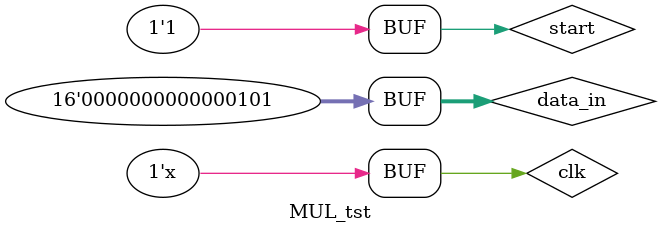
<source format=v>
`timescale 1ns / 1ps


module MUL_tst;

	// Inputs
	reg clk;
	reg start;
	reg [15:0] data_in;

	// Outputs
	wire done;

	// Instantiate the Unit Under Test (UUT)
	MUL uut (
		.done(done), 
		.clk(clk), 
		.start(start), 
		.data_in(data_in)
	);
	always #10 clk = ~clk;
	initial begin
		// Initialize Inputs
		clk = 1;
		start = 0;
		data_in = 0;
		#20;
		start=1;
		data_in = 16'd15;
		#20;
		data_in = 16'd15;
		#20;
		data_in = 16'd5;
	end
      
endmodule


</source>
